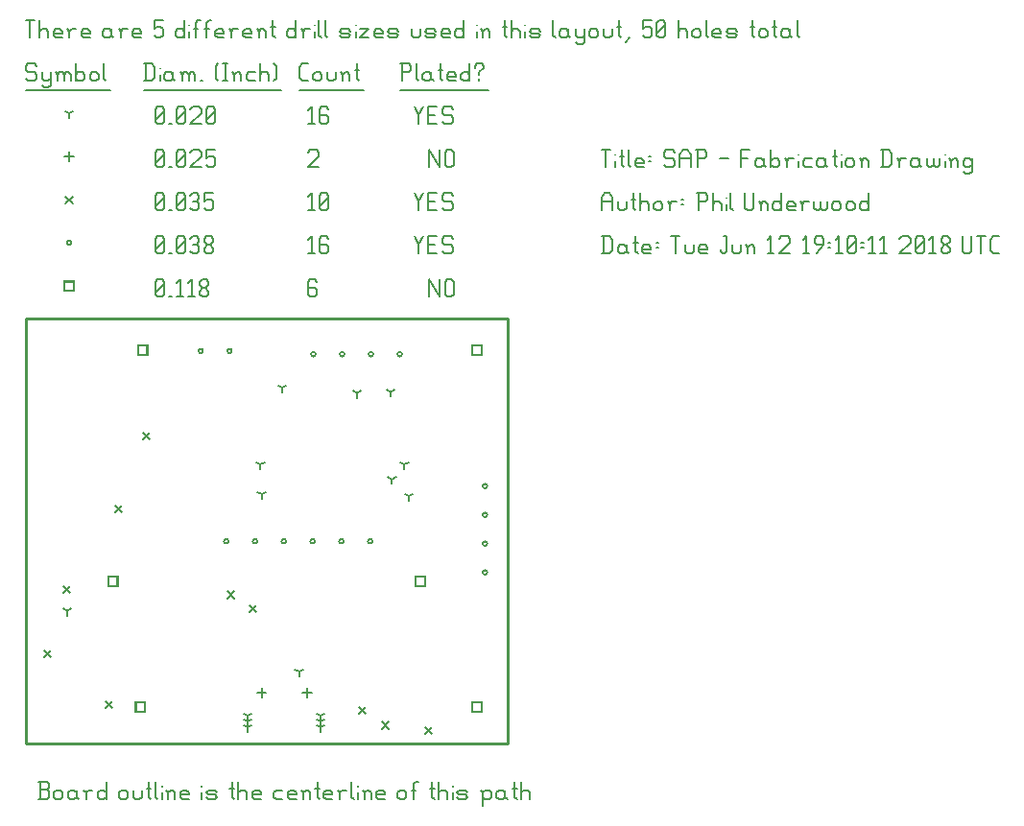
<source format=gbr>
G04 start of page 11 for group -3984 idx -3984 *
G04 Title: SAP, fab *
G04 Creator: pcb 4.0.2 *
G04 CreationDate: Tue Jun 12 19:10:11 2018 UTC *
G04 For: phil *
G04 Format: Gerber/RS-274X *
G04 PCB-Dimensions (mil): 1811.02 1574.80 *
G04 PCB-Coordinate-Origin: lower left *
%MOIN*%
%FSLAX25Y25*%
%LNFAB*%
%ADD62C,0.0100*%
%ADD61C,0.0075*%
%ADD60C,0.0060*%
%ADD59R,0.0080X0.0080*%
G54D59*X155093Y148057D02*X158293D01*
X155093D02*Y144857D01*
X158293D01*
Y148057D02*Y144857D01*
X155093Y24041D02*X158293D01*
X155093D02*Y20841D01*
X158293D01*
Y24041D02*Y20841D01*
X38951Y148057D02*X42151D01*
X38951D02*Y144857D01*
X42151D01*
Y148057D02*Y144857D01*
X38164Y24041D02*X41364D01*
X38164D02*Y20841D01*
X41364D01*
Y24041D02*Y20841D01*
X135408Y67742D02*X138608D01*
X135408D02*Y64542D01*
X138608D01*
Y67742D02*Y64542D01*
X28715Y67742D02*X31915D01*
X28715D02*Y64542D01*
X31915D01*
Y67742D02*Y64542D01*
X13400Y170330D02*X16600D01*
X13400D02*Y167130D01*
X16600D01*
Y170330D02*Y167130D01*
G54D60*X140000Y170980D02*Y164980D01*
Y170980D02*X143750Y164980D01*
Y170980D02*Y164980D01*
X145550Y170230D02*Y165730D01*
Y170230D02*X146300Y170980D01*
X147800D01*
X148550Y170230D01*
Y165730D01*
X147800Y164980D02*X148550Y165730D01*
X146300Y164980D02*X147800D01*
X145550Y165730D02*X146300Y164980D01*
X100250Y170980D02*X101000Y170230D01*
X98750Y170980D02*X100250D01*
X98000Y170230D02*X98750Y170980D01*
X98000Y170230D02*Y165730D01*
X98750Y164980D01*
X100250Y168280D02*X101000Y167530D01*
X98000Y168280D02*X100250D01*
X98750Y164980D02*X100250D01*
X101000Y165730D01*
Y167530D02*Y165730D01*
X45000D02*X45750Y164980D01*
X45000Y170230D02*Y165730D01*
Y170230D02*X45750Y170980D01*
X47250D01*
X48000Y170230D01*
Y165730D01*
X47250Y164980D02*X48000Y165730D01*
X45750Y164980D02*X47250D01*
X45000Y166480D02*X48000Y169480D01*
X49800Y164980D02*X50550D01*
X52350Y169780D02*X53550Y170980D01*
Y164980D01*
X52350D02*X54600D01*
X56400Y169780D02*X57600Y170980D01*
Y164980D01*
X56400D02*X58650D01*
X60450Y165730D02*X61200Y164980D01*
X60450Y166930D02*Y165730D01*
Y166930D02*X61500Y167980D01*
X62400D01*
X63450Y166930D01*
Y165730D01*
X62700Y164980D02*X63450Y165730D01*
X61200Y164980D02*X62700D01*
X60450Y169030D02*X61500Y167980D01*
X60450Y170230D02*Y169030D01*
Y170230D02*X61200Y170980D01*
X62700D01*
X63450Y170230D01*
Y169030D01*
X62400Y167980D02*X63450Y169030D01*
X129043Y145039D02*G75*G03X130643Y145039I800J0D01*G01*
G75*G03X129043Y145039I-800J0D01*G01*
X119043D02*G75*G03X120643Y145039I800J0D01*G01*
G75*G03X119043Y145039I-800J0D01*G01*
X109043D02*G75*G03X110643Y145039I800J0D01*G01*
G75*G03X109043Y145039I-800J0D01*G01*
X99043D02*G75*G03X100643Y145039I800J0D01*G01*
G75*G03X99043Y145039I-800J0D01*G01*
X69987Y146142D02*G75*G03X71587Y146142I800J0D01*G01*
G75*G03X69987Y146142I-800J0D01*G01*
X59987D02*G75*G03X61587Y146142I800J0D01*G01*
G75*G03X59987Y146142I-800J0D01*G01*
X118806Y80079D02*G75*G03X120406Y80079I800J0D01*G01*
G75*G03X118806Y80079I-800J0D01*G01*
X108806D02*G75*G03X110406Y80079I800J0D01*G01*
G75*G03X108806Y80079I-800J0D01*G01*
X98806D02*G75*G03X100406Y80079I800J0D01*G01*
G75*G03X98806Y80079I-800J0D01*G01*
X88806D02*G75*G03X90406Y80079I800J0D01*G01*
G75*G03X88806Y80079I-800J0D01*G01*
X78806D02*G75*G03X80406Y80079I800J0D01*G01*
G75*G03X78806Y80079I-800J0D01*G01*
X68806D02*G75*G03X70406Y80079I800J0D01*G01*
G75*G03X68806Y80079I-800J0D01*G01*
X158649Y99213D02*G75*G03X160249Y99213I800J0D01*G01*
G75*G03X158649Y99213I-800J0D01*G01*
Y89213D02*G75*G03X160249Y89213I800J0D01*G01*
G75*G03X158649Y89213I-800J0D01*G01*
Y79213D02*G75*G03X160249Y79213I800J0D01*G01*
G75*G03X158649Y79213I-800J0D01*G01*
Y69213D02*G75*G03X160249Y69213I800J0D01*G01*
G75*G03X158649Y69213I-800J0D01*G01*
X14200Y183730D02*G75*G03X15800Y183730I800J0D01*G01*
G75*G03X14200Y183730I-800J0D01*G01*
X135000Y185980D02*X136500Y182980D01*
X138000Y185980D01*
X136500Y182980D02*Y179980D01*
X139800Y183280D02*X142050D01*
X139800Y179980D02*X142800D01*
X139800Y185980D02*Y179980D01*
Y185980D02*X142800D01*
X147600D02*X148350Y185230D01*
X145350Y185980D02*X147600D01*
X144600Y185230D02*X145350Y185980D01*
X144600Y185230D02*Y183730D01*
X145350Y182980D01*
X147600D01*
X148350Y182230D01*
Y180730D01*
X147600Y179980D02*X148350Y180730D01*
X145350Y179980D02*X147600D01*
X144600Y180730D02*X145350Y179980D01*
X98000Y184780D02*X99200Y185980D01*
Y179980D01*
X98000D02*X100250D01*
X104300Y185980D02*X105050Y185230D01*
X102800Y185980D02*X104300D01*
X102050Y185230D02*X102800Y185980D01*
X102050Y185230D02*Y180730D01*
X102800Y179980D01*
X104300Y183280D02*X105050Y182530D01*
X102050Y183280D02*X104300D01*
X102800Y179980D02*X104300D01*
X105050Y180730D01*
Y182530D02*Y180730D01*
X45000D02*X45750Y179980D01*
X45000Y185230D02*Y180730D01*
Y185230D02*X45750Y185980D01*
X47250D01*
X48000Y185230D01*
Y180730D01*
X47250Y179980D02*X48000Y180730D01*
X45750Y179980D02*X47250D01*
X45000Y181480D02*X48000Y184480D01*
X49800Y179980D02*X50550D01*
X52350Y180730D02*X53100Y179980D01*
X52350Y185230D02*Y180730D01*
Y185230D02*X53100Y185980D01*
X54600D01*
X55350Y185230D01*
Y180730D01*
X54600Y179980D02*X55350Y180730D01*
X53100Y179980D02*X54600D01*
X52350Y181480D02*X55350Y184480D01*
X57150Y185230D02*X57900Y185980D01*
X59400D01*
X60150Y185230D01*
X59400Y179980D02*X60150Y180730D01*
X57900Y179980D02*X59400D01*
X57150Y180730D02*X57900Y179980D01*
Y183280D02*X59400D01*
X60150Y185230D02*Y184030D01*
Y182530D02*Y180730D01*
Y182530D02*X59400Y183280D01*
X60150Y184030D02*X59400Y183280D01*
X61950Y180730D02*X62700Y179980D01*
X61950Y181930D02*Y180730D01*
Y181930D02*X63000Y182980D01*
X63900D01*
X64950Y181930D01*
Y180730D01*
X64200Y179980D02*X64950Y180730D01*
X62700Y179980D02*X64200D01*
X61950Y184030D02*X63000Y182980D01*
X61950Y185230D02*Y184030D01*
Y185230D02*X62700Y185980D01*
X64200D01*
X64950Y185230D01*
Y184030D01*
X63900Y182980D02*X64950Y184030D01*
X40532Y117735D02*X42932Y115335D01*
X40532D02*X42932Y117735D01*
X31083Y92539D02*X33483Y90139D01*
X31083D02*X33483Y92539D01*
X6280Y42145D02*X8680Y39745D01*
X6280D02*X8680Y42145D01*
X12973Y64586D02*X15373Y62186D01*
X12973D02*X15373Y64586D01*
X70060Y62617D02*X72460Y60217D01*
X70060D02*X72460Y62617D01*
X27540Y24428D02*X29940Y22028D01*
X27540D02*X29940Y24428D01*
X77540Y57893D02*X79940Y55493D01*
X77540D02*X79940Y57893D01*
X123603Y17342D02*X126003Y14942D01*
X123603D02*X126003Y17342D01*
X115729Y22460D02*X118129Y20060D01*
X115729D02*X118129Y22460D01*
X138564Y15373D02*X140964Y12973D01*
X138564D02*X140964Y15373D01*
X13800Y199930D02*X16200Y197530D01*
X13800D02*X16200Y199930D01*
X135000Y200980D02*X136500Y197980D01*
X138000Y200980D01*
X136500Y197980D02*Y194980D01*
X139800Y198280D02*X142050D01*
X139800Y194980D02*X142800D01*
X139800Y200980D02*Y194980D01*
Y200980D02*X142800D01*
X147600D02*X148350Y200230D01*
X145350Y200980D02*X147600D01*
X144600Y200230D02*X145350Y200980D01*
X144600Y200230D02*Y198730D01*
X145350Y197980D01*
X147600D01*
X148350Y197230D01*
Y195730D01*
X147600Y194980D02*X148350Y195730D01*
X145350Y194980D02*X147600D01*
X144600Y195730D02*X145350Y194980D01*
X98000Y199780D02*X99200Y200980D01*
Y194980D01*
X98000D02*X100250D01*
X102050Y195730D02*X102800Y194980D01*
X102050Y200230D02*Y195730D01*
Y200230D02*X102800Y200980D01*
X104300D01*
X105050Y200230D01*
Y195730D01*
X104300Y194980D02*X105050Y195730D01*
X102800Y194980D02*X104300D01*
X102050Y196480D02*X105050Y199480D01*
X45000Y195730D02*X45750Y194980D01*
X45000Y200230D02*Y195730D01*
Y200230D02*X45750Y200980D01*
X47250D01*
X48000Y200230D01*
Y195730D01*
X47250Y194980D02*X48000Y195730D01*
X45750Y194980D02*X47250D01*
X45000Y196480D02*X48000Y199480D01*
X49800Y194980D02*X50550D01*
X52350Y195730D02*X53100Y194980D01*
X52350Y200230D02*Y195730D01*
Y200230D02*X53100Y200980D01*
X54600D01*
X55350Y200230D01*
Y195730D01*
X54600Y194980D02*X55350Y195730D01*
X53100Y194980D02*X54600D01*
X52350Y196480D02*X55350Y199480D01*
X57150Y200230D02*X57900Y200980D01*
X59400D01*
X60150Y200230D01*
X59400Y194980D02*X60150Y195730D01*
X57900Y194980D02*X59400D01*
X57150Y195730D02*X57900Y194980D01*
Y198280D02*X59400D01*
X60150Y200230D02*Y199030D01*
Y197530D02*Y195730D01*
Y197530D02*X59400Y198280D01*
X60150Y199030D02*X59400Y198280D01*
X61950Y200980D02*X64950D01*
X61950D02*Y197980D01*
X62700Y198730D01*
X64200D01*
X64950Y197980D01*
Y195730D01*
X64200Y194980D02*X64950Y195730D01*
X62700Y194980D02*X64200D01*
X61950Y195730D02*X62700Y194980D01*
X81890Y28961D02*Y25761D01*
X80290Y27361D02*X83490D01*
X97638Y28961D02*Y25761D01*
X96038Y27361D02*X99238D01*
X15000Y215330D02*Y212130D01*
X13400Y213730D02*X16600D01*
X140000Y215980D02*Y209980D01*
Y215980D02*X143750Y209980D01*
Y215980D02*Y209980D01*
X145550Y215230D02*Y210730D01*
Y215230D02*X146300Y215980D01*
X147800D01*
X148550Y215230D01*
Y210730D01*
X147800Y209980D02*X148550Y210730D01*
X146300Y209980D02*X147800D01*
X145550Y210730D02*X146300Y209980D01*
X98000Y215230D02*X98750Y215980D01*
X101000D01*
X101750Y215230D01*
Y213730D01*
X98000Y209980D02*X101750Y213730D01*
X98000Y209980D02*X101750D01*
X45000Y210730D02*X45750Y209980D01*
X45000Y215230D02*Y210730D01*
Y215230D02*X45750Y215980D01*
X47250D01*
X48000Y215230D01*
Y210730D01*
X47250Y209980D02*X48000Y210730D01*
X45750Y209980D02*X47250D01*
X45000Y211480D02*X48000Y214480D01*
X49800Y209980D02*X50550D01*
X52350Y210730D02*X53100Y209980D01*
X52350Y215230D02*Y210730D01*
Y215230D02*X53100Y215980D01*
X54600D01*
X55350Y215230D01*
Y210730D01*
X54600Y209980D02*X55350Y210730D01*
X53100Y209980D02*X54600D01*
X52350Y211480D02*X55350Y214480D01*
X57150Y215230D02*X57900Y215980D01*
X60150D01*
X60900Y215230D01*
Y213730D01*
X57150Y209980D02*X60900Y213730D01*
X57150Y209980D02*X60900D01*
X62700Y215980D02*X65700D01*
X62700D02*Y212980D01*
X63450Y213730D01*
X64950D01*
X65700Y212980D01*
Y210730D01*
X64950Y209980D02*X65700Y210730D01*
X63450Y209980D02*X64950D01*
X62700Y210730D02*X63450Y209980D01*
X77064Y15420D02*Y13820D01*
Y15420D02*X78450Y16220D01*
X77064Y15420D02*X75677Y16220D01*
X77064Y17420D02*Y15820D01*
Y17420D02*X78450Y18220D01*
X77064Y17420D02*X75677Y18220D01*
X77064Y19420D02*Y17820D01*
Y19420D02*X78450Y20220D01*
X77064Y19420D02*X75677Y20220D01*
X102464Y15420D02*Y13820D01*
Y15420D02*X103850Y16220D01*
X102464Y15420D02*X101077Y16220D01*
X102464Y17420D02*Y15820D01*
Y17420D02*X103850Y18220D01*
X102464Y17420D02*X101077Y18220D01*
X102464Y19420D02*Y17820D01*
Y19420D02*X103850Y20220D01*
X102464Y19420D02*X101077Y20220D01*
X94882Y34646D02*Y33046D01*
Y34646D02*X96269Y35446D01*
X94882Y34646D02*X93495Y35446D01*
X126772Y131890D02*Y130290D01*
Y131890D02*X128158Y132690D01*
X126772Y131890D02*X125385Y132690D01*
X131496Y106693D02*Y105093D01*
Y106693D02*X132883Y107493D01*
X131496Y106693D02*X130109Y107493D01*
X81890Y96457D02*Y94857D01*
Y96457D02*X83276Y97257D01*
X81890Y96457D02*X80503Y97257D01*
X81496Y106693D02*Y105093D01*
Y106693D02*X82883Y107493D01*
X81496Y106693D02*X80109Y107493D01*
X88976Y133465D02*Y131865D01*
Y133465D02*X90363Y134265D01*
X88976Y133465D02*X87590Y134265D01*
X114961Y131496D02*Y129896D01*
Y131496D02*X116347Y132296D01*
X114961Y131496D02*X113574Y132296D01*
X127165Y101575D02*Y99975D01*
Y101575D02*X128552Y102375D01*
X127165Y101575D02*X125779Y102375D01*
X133071Y95669D02*Y94069D01*
Y95669D02*X134458Y96469D01*
X133071Y95669D02*X131684Y96469D01*
X14409Y55827D02*Y54227D01*
Y55827D02*X15796Y56627D01*
X14409Y55827D02*X13023Y56627D01*
X15000Y228730D02*Y227130D01*
Y228730D02*X16387Y229530D01*
X15000Y228730D02*X13613Y229530D01*
X135000Y230980D02*X136500Y227980D01*
X138000Y230980D01*
X136500Y227980D02*Y224980D01*
X139800Y228280D02*X142050D01*
X139800Y224980D02*X142800D01*
X139800Y230980D02*Y224980D01*
Y230980D02*X142800D01*
X147600D02*X148350Y230230D01*
X145350Y230980D02*X147600D01*
X144600Y230230D02*X145350Y230980D01*
X144600Y230230D02*Y228730D01*
X145350Y227980D01*
X147600D01*
X148350Y227230D01*
Y225730D01*
X147600Y224980D02*X148350Y225730D01*
X145350Y224980D02*X147600D01*
X144600Y225730D02*X145350Y224980D01*
X98000Y229780D02*X99200Y230980D01*
Y224980D01*
X98000D02*X100250D01*
X104300Y230980D02*X105050Y230230D01*
X102800Y230980D02*X104300D01*
X102050Y230230D02*X102800Y230980D01*
X102050Y230230D02*Y225730D01*
X102800Y224980D01*
X104300Y228280D02*X105050Y227530D01*
X102050Y228280D02*X104300D01*
X102800Y224980D02*X104300D01*
X105050Y225730D01*
Y227530D02*Y225730D01*
X45000D02*X45750Y224980D01*
X45000Y230230D02*Y225730D01*
Y230230D02*X45750Y230980D01*
X47250D01*
X48000Y230230D01*
Y225730D01*
X47250Y224980D02*X48000Y225730D01*
X45750Y224980D02*X47250D01*
X45000Y226480D02*X48000Y229480D01*
X49800Y224980D02*X50550D01*
X52350Y225730D02*X53100Y224980D01*
X52350Y230230D02*Y225730D01*
Y230230D02*X53100Y230980D01*
X54600D01*
X55350Y230230D01*
Y225730D01*
X54600Y224980D02*X55350Y225730D01*
X53100Y224980D02*X54600D01*
X52350Y226480D02*X55350Y229480D01*
X57150Y230230D02*X57900Y230980D01*
X60150D01*
X60900Y230230D01*
Y228730D01*
X57150Y224980D02*X60900Y228730D01*
X57150Y224980D02*X60900D01*
X62700Y225730D02*X63450Y224980D01*
X62700Y230230D02*Y225730D01*
Y230230D02*X63450Y230980D01*
X64950D01*
X65700Y230230D01*
Y225730D01*
X64950Y224980D02*X65700Y225730D01*
X63450Y224980D02*X64950D01*
X62700Y226480D02*X65700Y229480D01*
X3000Y245980D02*X3750Y245230D01*
X750Y245980D02*X3000D01*
X0Y245230D02*X750Y245980D01*
X0Y245230D02*Y243730D01*
X750Y242980D01*
X3000D01*
X3750Y242230D01*
Y240730D01*
X3000Y239980D02*X3750Y240730D01*
X750Y239980D02*X3000D01*
X0Y240730D02*X750Y239980D01*
X5550Y242980D02*Y240730D01*
X6300Y239980D01*
X8550Y242980D02*Y238480D01*
X7800Y237730D02*X8550Y238480D01*
X6300Y237730D02*X7800D01*
X5550Y238480D02*X6300Y237730D01*
Y239980D02*X7800D01*
X8550Y240730D01*
X11100Y242230D02*Y239980D01*
Y242230D02*X11850Y242980D01*
X12600D01*
X13350Y242230D01*
Y239980D01*
Y242230D02*X14100Y242980D01*
X14850D01*
X15600Y242230D01*
Y239980D01*
X10350Y242980D02*X11100Y242230D01*
X17400Y245980D02*Y239980D01*
Y240730D02*X18150Y239980D01*
X19650D01*
X20400Y240730D01*
Y242230D02*Y240730D01*
X19650Y242980D02*X20400Y242230D01*
X18150Y242980D02*X19650D01*
X17400Y242230D02*X18150Y242980D01*
X22200Y242230D02*Y240730D01*
Y242230D02*X22950Y242980D01*
X24450D01*
X25200Y242230D01*
Y240730D01*
X24450Y239980D02*X25200Y240730D01*
X22950Y239980D02*X24450D01*
X22200Y240730D02*X22950Y239980D01*
X27000Y245980D02*Y240730D01*
X27750Y239980D01*
X0Y236730D02*X29250D01*
X41750Y245980D02*Y239980D01*
X43700Y245980D02*X44750Y244930D01*
Y241030D01*
X43700Y239980D02*X44750Y241030D01*
X41000Y239980D02*X43700D01*
X41000Y245980D02*X43700D01*
G54D61*X46550Y244480D02*Y244330D01*
G54D60*Y242230D02*Y239980D01*
X50300Y242980D02*X51050Y242230D01*
X48800Y242980D02*X50300D01*
X48050Y242230D02*X48800Y242980D01*
X48050Y242230D02*Y240730D01*
X48800Y239980D01*
X51050Y242980D02*Y240730D01*
X51800Y239980D01*
X48800D02*X50300D01*
X51050Y240730D01*
X54350Y242230D02*Y239980D01*
Y242230D02*X55100Y242980D01*
X55850D01*
X56600Y242230D01*
Y239980D01*
Y242230D02*X57350Y242980D01*
X58100D01*
X58850Y242230D01*
Y239980D01*
X53600Y242980D02*X54350Y242230D01*
X60650Y239980D02*X61400D01*
X65900Y240730D02*X66650Y239980D01*
X65900Y245230D02*X66650Y245980D01*
X65900Y245230D02*Y240730D01*
X68450Y245980D02*X69950D01*
X69200D02*Y239980D01*
X68450D02*X69950D01*
X72500Y242230D02*Y239980D01*
Y242230D02*X73250Y242980D01*
X74000D01*
X74750Y242230D01*
Y239980D01*
X71750Y242980D02*X72500Y242230D01*
X77300Y242980D02*X79550D01*
X76550Y242230D02*X77300Y242980D01*
X76550Y242230D02*Y240730D01*
X77300Y239980D01*
X79550D01*
X81350Y245980D02*Y239980D01*
Y242230D02*X82100Y242980D01*
X83600D01*
X84350Y242230D01*
Y239980D01*
X86150Y245980D02*X86900Y245230D01*
Y240730D01*
X86150Y239980D02*X86900Y240730D01*
X41000Y236730D02*X88700D01*
X96050Y239980D02*X98000D01*
X95000Y241030D02*X96050Y239980D01*
X95000Y244930D02*Y241030D01*
Y244930D02*X96050Y245980D01*
X98000D01*
X99800Y242230D02*Y240730D01*
Y242230D02*X100550Y242980D01*
X102050D01*
X102800Y242230D01*
Y240730D01*
X102050Y239980D02*X102800Y240730D01*
X100550Y239980D02*X102050D01*
X99800Y240730D02*X100550Y239980D01*
X104600Y242980D02*Y240730D01*
X105350Y239980D01*
X106850D01*
X107600Y240730D01*
Y242980D02*Y240730D01*
X110150Y242230D02*Y239980D01*
Y242230D02*X110900Y242980D01*
X111650D01*
X112400Y242230D01*
Y239980D01*
X109400Y242980D02*X110150Y242230D01*
X114950Y245980D02*Y240730D01*
X115700Y239980D01*
X114200Y243730D02*X115700D01*
X95000Y236730D02*X117200D01*
X130750Y245980D02*Y239980D01*
X130000Y245980D02*X133000D01*
X133750Y245230D01*
Y243730D01*
X133000Y242980D02*X133750Y243730D01*
X130750Y242980D02*X133000D01*
X135550Y245980D02*Y240730D01*
X136300Y239980D01*
X140050Y242980D02*X140800Y242230D01*
X138550Y242980D02*X140050D01*
X137800Y242230D02*X138550Y242980D01*
X137800Y242230D02*Y240730D01*
X138550Y239980D01*
X140800Y242980D02*Y240730D01*
X141550Y239980D01*
X138550D02*X140050D01*
X140800Y240730D01*
X144100Y245980D02*Y240730D01*
X144850Y239980D01*
X143350Y243730D02*X144850D01*
X147100Y239980D02*X149350D01*
X146350Y240730D02*X147100Y239980D01*
X146350Y242230D02*Y240730D01*
Y242230D02*X147100Y242980D01*
X148600D01*
X149350Y242230D01*
X146350Y241480D02*X149350D01*
Y242230D02*Y241480D01*
X154150Y245980D02*Y239980D01*
X153400D02*X154150Y240730D01*
X151900Y239980D02*X153400D01*
X151150Y240730D02*X151900Y239980D01*
X151150Y242230D02*Y240730D01*
Y242230D02*X151900Y242980D01*
X153400D01*
X154150Y242230D01*
X157450Y242980D02*Y242230D01*
Y240730D02*Y239980D01*
X155950Y245230D02*Y244480D01*
Y245230D02*X156700Y245980D01*
X158200D01*
X158950Y245230D01*
Y244480D01*
X157450Y242980D02*X158950Y244480D01*
X130000Y236730D02*X160750D01*
X0Y260980D02*X3000D01*
X1500D02*Y254980D01*
X4800Y260980D02*Y254980D01*
Y257230D02*X5550Y257980D01*
X7050D01*
X7800Y257230D01*
Y254980D01*
X10350D02*X12600D01*
X9600Y255730D02*X10350Y254980D01*
X9600Y257230D02*Y255730D01*
Y257230D02*X10350Y257980D01*
X11850D01*
X12600Y257230D01*
X9600Y256480D02*X12600D01*
Y257230D02*Y256480D01*
X15150Y257230D02*Y254980D01*
Y257230D02*X15900Y257980D01*
X17400D01*
X14400D02*X15150Y257230D01*
X19950Y254980D02*X22200D01*
X19200Y255730D02*X19950Y254980D01*
X19200Y257230D02*Y255730D01*
Y257230D02*X19950Y257980D01*
X21450D01*
X22200Y257230D01*
X19200Y256480D02*X22200D01*
Y257230D02*Y256480D01*
X28950Y257980D02*X29700Y257230D01*
X27450Y257980D02*X28950D01*
X26700Y257230D02*X27450Y257980D01*
X26700Y257230D02*Y255730D01*
X27450Y254980D01*
X29700Y257980D02*Y255730D01*
X30450Y254980D01*
X27450D02*X28950D01*
X29700Y255730D01*
X33000Y257230D02*Y254980D01*
Y257230D02*X33750Y257980D01*
X35250D01*
X32250D02*X33000Y257230D01*
X37800Y254980D02*X40050D01*
X37050Y255730D02*X37800Y254980D01*
X37050Y257230D02*Y255730D01*
Y257230D02*X37800Y257980D01*
X39300D01*
X40050Y257230D01*
X37050Y256480D02*X40050D01*
Y257230D02*Y256480D01*
X44550Y260980D02*X47550D01*
X44550D02*Y257980D01*
X45300Y258730D01*
X46800D01*
X47550Y257980D01*
Y255730D01*
X46800Y254980D02*X47550Y255730D01*
X45300Y254980D02*X46800D01*
X44550Y255730D02*X45300Y254980D01*
X55050Y260980D02*Y254980D01*
X54300D02*X55050Y255730D01*
X52800Y254980D02*X54300D01*
X52050Y255730D02*X52800Y254980D01*
X52050Y257230D02*Y255730D01*
Y257230D02*X52800Y257980D01*
X54300D01*
X55050Y257230D01*
G54D61*X56850Y259480D02*Y259330D01*
G54D60*Y257230D02*Y254980D01*
X59100Y260230D02*Y254980D01*
Y260230D02*X59850Y260980D01*
X60600D01*
X58350Y257980D02*X59850D01*
X62850Y260230D02*Y254980D01*
Y260230D02*X63600Y260980D01*
X64350D01*
X62100Y257980D02*X63600D01*
X66600Y254980D02*X68850D01*
X65850Y255730D02*X66600Y254980D01*
X65850Y257230D02*Y255730D01*
Y257230D02*X66600Y257980D01*
X68100D01*
X68850Y257230D01*
X65850Y256480D02*X68850D01*
Y257230D02*Y256480D01*
X71400Y257230D02*Y254980D01*
Y257230D02*X72150Y257980D01*
X73650D01*
X70650D02*X71400Y257230D01*
X76200Y254980D02*X78450D01*
X75450Y255730D02*X76200Y254980D01*
X75450Y257230D02*Y255730D01*
Y257230D02*X76200Y257980D01*
X77700D01*
X78450Y257230D01*
X75450Y256480D02*X78450D01*
Y257230D02*Y256480D01*
X81000Y257230D02*Y254980D01*
Y257230D02*X81750Y257980D01*
X82500D01*
X83250Y257230D01*
Y254980D01*
X80250Y257980D02*X81000Y257230D01*
X85800Y260980D02*Y255730D01*
X86550Y254980D01*
X85050Y258730D02*X86550D01*
X93750Y260980D02*Y254980D01*
X93000D02*X93750Y255730D01*
X91500Y254980D02*X93000D01*
X90750Y255730D02*X91500Y254980D01*
X90750Y257230D02*Y255730D01*
Y257230D02*X91500Y257980D01*
X93000D01*
X93750Y257230D01*
X96300D02*Y254980D01*
Y257230D02*X97050Y257980D01*
X98550D01*
X95550D02*X96300Y257230D01*
G54D61*X100350Y259480D02*Y259330D01*
G54D60*Y257230D02*Y254980D01*
X101850Y260980D02*Y255730D01*
X102600Y254980D01*
X104100Y260980D02*Y255730D01*
X104850Y254980D01*
X109800D02*X112050D01*
X112800Y255730D01*
X112050Y256480D02*X112800Y255730D01*
X109800Y256480D02*X112050D01*
X109050Y257230D02*X109800Y256480D01*
X109050Y257230D02*X109800Y257980D01*
X112050D01*
X112800Y257230D01*
X109050Y255730D02*X109800Y254980D01*
G54D61*X114600Y259480D02*Y259330D01*
G54D60*Y257230D02*Y254980D01*
X116100Y257980D02*X119100D01*
X116100Y254980D02*X119100Y257980D01*
X116100Y254980D02*X119100D01*
X121650D02*X123900D01*
X120900Y255730D02*X121650Y254980D01*
X120900Y257230D02*Y255730D01*
Y257230D02*X121650Y257980D01*
X123150D01*
X123900Y257230D01*
X120900Y256480D02*X123900D01*
Y257230D02*Y256480D01*
X126450Y254980D02*X128700D01*
X129450Y255730D01*
X128700Y256480D02*X129450Y255730D01*
X126450Y256480D02*X128700D01*
X125700Y257230D02*X126450Y256480D01*
X125700Y257230D02*X126450Y257980D01*
X128700D01*
X129450Y257230D01*
X125700Y255730D02*X126450Y254980D01*
X133950Y257980D02*Y255730D01*
X134700Y254980D01*
X136200D01*
X136950Y255730D01*
Y257980D02*Y255730D01*
X139500Y254980D02*X141750D01*
X142500Y255730D01*
X141750Y256480D02*X142500Y255730D01*
X139500Y256480D02*X141750D01*
X138750Y257230D02*X139500Y256480D01*
X138750Y257230D02*X139500Y257980D01*
X141750D01*
X142500Y257230D01*
X138750Y255730D02*X139500Y254980D01*
X145050D02*X147300D01*
X144300Y255730D02*X145050Y254980D01*
X144300Y257230D02*Y255730D01*
Y257230D02*X145050Y257980D01*
X146550D01*
X147300Y257230D01*
X144300Y256480D02*X147300D01*
Y257230D02*Y256480D01*
X152100Y260980D02*Y254980D01*
X151350D02*X152100Y255730D01*
X149850Y254980D02*X151350D01*
X149100Y255730D02*X149850Y254980D01*
X149100Y257230D02*Y255730D01*
Y257230D02*X149850Y257980D01*
X151350D01*
X152100Y257230D01*
G54D61*X156600Y259480D02*Y259330D01*
G54D60*Y257230D02*Y254980D01*
X158850Y257230D02*Y254980D01*
Y257230D02*X159600Y257980D01*
X160350D01*
X161100Y257230D01*
Y254980D01*
X158100Y257980D02*X158850Y257230D01*
X166350Y260980D02*Y255730D01*
X167100Y254980D01*
X165600Y258730D02*X167100D01*
X168600Y260980D02*Y254980D01*
Y257230D02*X169350Y257980D01*
X170850D01*
X171600Y257230D01*
Y254980D01*
G54D61*X173400Y259480D02*Y259330D01*
G54D60*Y257230D02*Y254980D01*
X175650D02*X177900D01*
X178650Y255730D01*
X177900Y256480D02*X178650Y255730D01*
X175650Y256480D02*X177900D01*
X174900Y257230D02*X175650Y256480D01*
X174900Y257230D02*X175650Y257980D01*
X177900D01*
X178650Y257230D01*
X174900Y255730D02*X175650Y254980D01*
X183150Y260980D02*Y255730D01*
X183900Y254980D01*
X187650Y257980D02*X188400Y257230D01*
X186150Y257980D02*X187650D01*
X185400Y257230D02*X186150Y257980D01*
X185400Y257230D02*Y255730D01*
X186150Y254980D01*
X188400Y257980D02*Y255730D01*
X189150Y254980D01*
X186150D02*X187650D01*
X188400Y255730D01*
X190950Y257980D02*Y255730D01*
X191700Y254980D01*
X193950Y257980D02*Y253480D01*
X193200Y252730D02*X193950Y253480D01*
X191700Y252730D02*X193200D01*
X190950Y253480D02*X191700Y252730D01*
Y254980D02*X193200D01*
X193950Y255730D01*
X195750Y257230D02*Y255730D01*
Y257230D02*X196500Y257980D01*
X198000D01*
X198750Y257230D01*
Y255730D01*
X198000Y254980D02*X198750Y255730D01*
X196500Y254980D02*X198000D01*
X195750Y255730D02*X196500Y254980D01*
X200550Y257980D02*Y255730D01*
X201300Y254980D01*
X202800D01*
X203550Y255730D01*
Y257980D02*Y255730D01*
X206100Y260980D02*Y255730D01*
X206850Y254980D01*
X205350Y258730D02*X206850D01*
X208350Y253480D02*X209850Y254980D01*
X214350Y260980D02*X217350D01*
X214350D02*Y257980D01*
X215100Y258730D01*
X216600D01*
X217350Y257980D01*
Y255730D01*
X216600Y254980D02*X217350Y255730D01*
X215100Y254980D02*X216600D01*
X214350Y255730D02*X215100Y254980D01*
X219150Y255730D02*X219900Y254980D01*
X219150Y260230D02*Y255730D01*
Y260230D02*X219900Y260980D01*
X221400D01*
X222150Y260230D01*
Y255730D01*
X221400Y254980D02*X222150Y255730D01*
X219900Y254980D02*X221400D01*
X219150Y256480D02*X222150Y259480D01*
X226650Y260980D02*Y254980D01*
Y257230D02*X227400Y257980D01*
X228900D01*
X229650Y257230D01*
Y254980D01*
X231450Y257230D02*Y255730D01*
Y257230D02*X232200Y257980D01*
X233700D01*
X234450Y257230D01*
Y255730D01*
X233700Y254980D02*X234450Y255730D01*
X232200Y254980D02*X233700D01*
X231450Y255730D02*X232200Y254980D01*
X236250Y260980D02*Y255730D01*
X237000Y254980D01*
X239250D02*X241500D01*
X238500Y255730D02*X239250Y254980D01*
X238500Y257230D02*Y255730D01*
Y257230D02*X239250Y257980D01*
X240750D01*
X241500Y257230D01*
X238500Y256480D02*X241500D01*
Y257230D02*Y256480D01*
X244050Y254980D02*X246300D01*
X247050Y255730D01*
X246300Y256480D02*X247050Y255730D01*
X244050Y256480D02*X246300D01*
X243300Y257230D02*X244050Y256480D01*
X243300Y257230D02*X244050Y257980D01*
X246300D01*
X247050Y257230D01*
X243300Y255730D02*X244050Y254980D01*
X252300Y260980D02*Y255730D01*
X253050Y254980D01*
X251550Y258730D02*X253050D01*
X254550Y257230D02*Y255730D01*
Y257230D02*X255300Y257980D01*
X256800D01*
X257550Y257230D01*
Y255730D01*
X256800Y254980D02*X257550Y255730D01*
X255300Y254980D02*X256800D01*
X254550Y255730D02*X255300Y254980D01*
X260100Y260980D02*Y255730D01*
X260850Y254980D01*
X259350Y258730D02*X260850D01*
X264600Y257980D02*X265350Y257230D01*
X263100Y257980D02*X264600D01*
X262350Y257230D02*X263100Y257980D01*
X262350Y257230D02*Y255730D01*
X263100Y254980D01*
X265350Y257980D02*Y255730D01*
X266100Y254980D01*
X263100D02*X264600D01*
X265350Y255730D01*
X267900Y260980D02*Y255730D01*
X268650Y254980D01*
G54D62*X0Y157480D02*Y9843D01*
X167323D01*
Y157480D01*
X0D01*
G54D60*X4226Y-9500D02*X7226D01*
X7976Y-8750D01*
Y-6950D02*Y-8750D01*
X7226Y-6200D02*X7976Y-6950D01*
X4976Y-6200D02*X7226D01*
X4976Y-3500D02*Y-9500D01*
X4226Y-3500D02*X7226D01*
X7976Y-4250D01*
Y-5450D01*
X7226Y-6200D02*X7976Y-5450D01*
X9776Y-7250D02*Y-8750D01*
Y-7250D02*X10526Y-6500D01*
X12026D01*
X12776Y-7250D01*
Y-8750D01*
X12026Y-9500D02*X12776Y-8750D01*
X10526Y-9500D02*X12026D01*
X9776Y-8750D02*X10526Y-9500D01*
X16826Y-6500D02*X17576Y-7250D01*
X15326Y-6500D02*X16826D01*
X14576Y-7250D02*X15326Y-6500D01*
X14576Y-7250D02*Y-8750D01*
X15326Y-9500D01*
X17576Y-6500D02*Y-8750D01*
X18326Y-9500D01*
X15326D02*X16826D01*
X17576Y-8750D01*
X20876Y-7250D02*Y-9500D01*
Y-7250D02*X21626Y-6500D01*
X23126D01*
X20126D02*X20876Y-7250D01*
X27926Y-3500D02*Y-9500D01*
X27176D02*X27926Y-8750D01*
X25676Y-9500D02*X27176D01*
X24926Y-8750D02*X25676Y-9500D01*
X24926Y-7250D02*Y-8750D01*
Y-7250D02*X25676Y-6500D01*
X27176D01*
X27926Y-7250D01*
X32426D02*Y-8750D01*
Y-7250D02*X33176Y-6500D01*
X34676D01*
X35426Y-7250D01*
Y-8750D01*
X34676Y-9500D02*X35426Y-8750D01*
X33176Y-9500D02*X34676D01*
X32426Y-8750D02*X33176Y-9500D01*
X37226Y-6500D02*Y-8750D01*
X37976Y-9500D01*
X39476D01*
X40226Y-8750D01*
Y-6500D02*Y-8750D01*
X42776Y-3500D02*Y-8750D01*
X43526Y-9500D01*
X42026Y-5750D02*X43526D01*
X45026Y-3500D02*Y-8750D01*
X45776Y-9500D01*
G54D61*X47276Y-5000D02*Y-5150D01*
G54D60*Y-7250D02*Y-9500D01*
X49526Y-7250D02*Y-9500D01*
Y-7250D02*X50276Y-6500D01*
X51026D01*
X51776Y-7250D01*
Y-9500D01*
X48776Y-6500D02*X49526Y-7250D01*
X54326Y-9500D02*X56576D01*
X53576Y-8750D02*X54326Y-9500D01*
X53576Y-7250D02*Y-8750D01*
Y-7250D02*X54326Y-6500D01*
X55826D01*
X56576Y-7250D01*
X53576Y-8000D02*X56576D01*
Y-7250D02*Y-8000D01*
G54D61*X61076Y-5000D02*Y-5150D01*
G54D60*Y-7250D02*Y-9500D01*
X63326D02*X65576D01*
X66326Y-8750D01*
X65576Y-8000D02*X66326Y-8750D01*
X63326Y-8000D02*X65576D01*
X62576Y-7250D02*X63326Y-8000D01*
X62576Y-7250D02*X63326Y-6500D01*
X65576D01*
X66326Y-7250D01*
X62576Y-8750D02*X63326Y-9500D01*
X71576Y-3500D02*Y-8750D01*
X72326Y-9500D01*
X70826Y-5750D02*X72326D01*
X73826Y-3500D02*Y-9500D01*
Y-7250D02*X74576Y-6500D01*
X76076D01*
X76826Y-7250D01*
Y-9500D01*
X79376D02*X81626D01*
X78626Y-8750D02*X79376Y-9500D01*
X78626Y-7250D02*Y-8750D01*
Y-7250D02*X79376Y-6500D01*
X80876D01*
X81626Y-7250D01*
X78626Y-8000D02*X81626D01*
Y-7250D02*Y-8000D01*
X86876Y-6500D02*X89126D01*
X86126Y-7250D02*X86876Y-6500D01*
X86126Y-7250D02*Y-8750D01*
X86876Y-9500D01*
X89126D01*
X91676D02*X93926D01*
X90926Y-8750D02*X91676Y-9500D01*
X90926Y-7250D02*Y-8750D01*
Y-7250D02*X91676Y-6500D01*
X93176D01*
X93926Y-7250D01*
X90926Y-8000D02*X93926D01*
Y-7250D02*Y-8000D01*
X96476Y-7250D02*Y-9500D01*
Y-7250D02*X97226Y-6500D01*
X97976D01*
X98726Y-7250D01*
Y-9500D01*
X95726Y-6500D02*X96476Y-7250D01*
X101276Y-3500D02*Y-8750D01*
X102026Y-9500D01*
X100526Y-5750D02*X102026D01*
X104276Y-9500D02*X106526D01*
X103526Y-8750D02*X104276Y-9500D01*
X103526Y-7250D02*Y-8750D01*
Y-7250D02*X104276Y-6500D01*
X105776D01*
X106526Y-7250D01*
X103526Y-8000D02*X106526D01*
Y-7250D02*Y-8000D01*
X109076Y-7250D02*Y-9500D01*
Y-7250D02*X109826Y-6500D01*
X111326D01*
X108326D02*X109076Y-7250D01*
X113126Y-3500D02*Y-8750D01*
X113876Y-9500D01*
G54D61*X115376Y-5000D02*Y-5150D01*
G54D60*Y-7250D02*Y-9500D01*
X117626Y-7250D02*Y-9500D01*
Y-7250D02*X118376Y-6500D01*
X119126D01*
X119876Y-7250D01*
Y-9500D01*
X116876Y-6500D02*X117626Y-7250D01*
X122426Y-9500D02*X124676D01*
X121676Y-8750D02*X122426Y-9500D01*
X121676Y-7250D02*Y-8750D01*
Y-7250D02*X122426Y-6500D01*
X123926D01*
X124676Y-7250D01*
X121676Y-8000D02*X124676D01*
Y-7250D02*Y-8000D01*
X129176Y-7250D02*Y-8750D01*
Y-7250D02*X129926Y-6500D01*
X131426D01*
X132176Y-7250D01*
Y-8750D01*
X131426Y-9500D02*X132176Y-8750D01*
X129926Y-9500D02*X131426D01*
X129176Y-8750D02*X129926Y-9500D01*
X134726Y-4250D02*Y-9500D01*
Y-4250D02*X135476Y-3500D01*
X136226D01*
X133976Y-6500D02*X135476D01*
X141176Y-3500D02*Y-8750D01*
X141926Y-9500D01*
X140426Y-5750D02*X141926D01*
X143426Y-3500D02*Y-9500D01*
Y-7250D02*X144176Y-6500D01*
X145676D01*
X146426Y-7250D01*
Y-9500D01*
G54D61*X148226Y-5000D02*Y-5150D01*
G54D60*Y-7250D02*Y-9500D01*
X150476D02*X152726D01*
X153476Y-8750D01*
X152726Y-8000D02*X153476Y-8750D01*
X150476Y-8000D02*X152726D01*
X149726Y-7250D02*X150476Y-8000D01*
X149726Y-7250D02*X150476Y-6500D01*
X152726D01*
X153476Y-7250D01*
X149726Y-8750D02*X150476Y-9500D01*
X158726Y-7250D02*Y-11750D01*
X157976Y-6500D02*X158726Y-7250D01*
X159476Y-6500D01*
X160976D01*
X161726Y-7250D01*
Y-8750D01*
X160976Y-9500D02*X161726Y-8750D01*
X159476Y-9500D02*X160976D01*
X158726Y-8750D02*X159476Y-9500D01*
X165776Y-6500D02*X166526Y-7250D01*
X164276Y-6500D02*X165776D01*
X163526Y-7250D02*X164276Y-6500D01*
X163526Y-7250D02*Y-8750D01*
X164276Y-9500D01*
X166526Y-6500D02*Y-8750D01*
X167276Y-9500D01*
X164276D02*X165776D01*
X166526Y-8750D01*
X169826Y-3500D02*Y-8750D01*
X170576Y-9500D01*
X169076Y-5750D02*X170576D01*
X172076Y-3500D02*Y-9500D01*
Y-7250D02*X172826Y-6500D01*
X174326D01*
X175076Y-7250D01*
Y-9500D01*
X200750Y185980D02*Y179980D01*
X202700Y185980D02*X203750Y184930D01*
Y181030D01*
X202700Y179980D02*X203750Y181030D01*
X200000Y179980D02*X202700D01*
X200000Y185980D02*X202700D01*
X207800Y182980D02*X208550Y182230D01*
X206300Y182980D02*X207800D01*
X205550Y182230D02*X206300Y182980D01*
X205550Y182230D02*Y180730D01*
X206300Y179980D01*
X208550Y182980D02*Y180730D01*
X209300Y179980D01*
X206300D02*X207800D01*
X208550Y180730D01*
X211850Y185980D02*Y180730D01*
X212600Y179980D01*
X211100Y183730D02*X212600D01*
X214850Y179980D02*X217100D01*
X214100Y180730D02*X214850Y179980D01*
X214100Y182230D02*Y180730D01*
Y182230D02*X214850Y182980D01*
X216350D01*
X217100Y182230D01*
X214100Y181480D02*X217100D01*
Y182230D02*Y181480D01*
X218900Y183730D02*X219650D01*
X218900Y182230D02*X219650D01*
X224150Y185980D02*X227150D01*
X225650D02*Y179980D01*
X228950Y182980D02*Y180730D01*
X229700Y179980D01*
X231200D01*
X231950Y180730D01*
Y182980D02*Y180730D01*
X234500Y179980D02*X236750D01*
X233750Y180730D02*X234500Y179980D01*
X233750Y182230D02*Y180730D01*
Y182230D02*X234500Y182980D01*
X236000D01*
X236750Y182230D01*
X233750Y181480D02*X236750D01*
Y182230D02*Y181480D01*
X242300Y185980D02*X243500D01*
Y180730D01*
X242750Y179980D02*X243500Y180730D01*
X242000Y179980D02*X242750D01*
X241250Y180730D02*X242000Y179980D01*
X241250Y181480D02*Y180730D01*
X245300Y182980D02*Y180730D01*
X246050Y179980D01*
X247550D01*
X248300Y180730D01*
Y182980D02*Y180730D01*
X250850Y182230D02*Y179980D01*
Y182230D02*X251600Y182980D01*
X252350D01*
X253100Y182230D01*
Y179980D01*
X250100Y182980D02*X250850Y182230D01*
X257600Y184780D02*X258800Y185980D01*
Y179980D01*
X257600D02*X259850D01*
X261650Y185230D02*X262400Y185980D01*
X264650D01*
X265400Y185230D01*
Y183730D01*
X261650Y179980D02*X265400Y183730D01*
X261650Y179980D02*X265400D01*
X269900Y184780D02*X271100Y185980D01*
Y179980D01*
X269900D02*X272150D01*
X274700D02*X276950Y182980D01*
Y185230D02*Y182980D01*
X276200Y185980D02*X276950Y185230D01*
X274700Y185980D02*X276200D01*
X273950Y185230D02*X274700Y185980D01*
X273950Y185230D02*Y183730D01*
X274700Y182980D01*
X276950D01*
X278750Y183730D02*X279500D01*
X278750Y182230D02*X279500D01*
X281300Y184780D02*X282500Y185980D01*
Y179980D01*
X281300D02*X283550D01*
X285350Y180730D02*X286100Y179980D01*
X285350Y185230D02*Y180730D01*
Y185230D02*X286100Y185980D01*
X287600D01*
X288350Y185230D01*
Y180730D01*
X287600Y179980D02*X288350Y180730D01*
X286100Y179980D02*X287600D01*
X285350Y181480D02*X288350Y184480D01*
X290150Y183730D02*X290900D01*
X290150Y182230D02*X290900D01*
X292700Y184780D02*X293900Y185980D01*
Y179980D01*
X292700D02*X294950D01*
X296750Y184780D02*X297950Y185980D01*
Y179980D01*
X296750D02*X299000D01*
X303500Y185230D02*X304250Y185980D01*
X306500D01*
X307250Y185230D01*
Y183730D01*
X303500Y179980D02*X307250Y183730D01*
X303500Y179980D02*X307250D01*
X309050Y180730D02*X309800Y179980D01*
X309050Y185230D02*Y180730D01*
Y185230D02*X309800Y185980D01*
X311300D01*
X312050Y185230D01*
Y180730D01*
X311300Y179980D02*X312050Y180730D01*
X309800Y179980D02*X311300D01*
X309050Y181480D02*X312050Y184480D01*
X313850Y184780D02*X315050Y185980D01*
Y179980D01*
X313850D02*X316100D01*
X317900Y180730D02*X318650Y179980D01*
X317900Y181930D02*Y180730D01*
Y181930D02*X318950Y182980D01*
X319850D01*
X320900Y181930D01*
Y180730D01*
X320150Y179980D02*X320900Y180730D01*
X318650Y179980D02*X320150D01*
X317900Y184030D02*X318950Y182980D01*
X317900Y185230D02*Y184030D01*
Y185230D02*X318650Y185980D01*
X320150D01*
X320900Y185230D01*
Y184030D01*
X319850Y182980D02*X320900Y184030D01*
X325400Y185980D02*Y180730D01*
X326150Y179980D01*
X327650D01*
X328400Y180730D01*
Y185980D02*Y180730D01*
X330200Y185980D02*X333200D01*
X331700D02*Y179980D01*
X336050D02*X338000D01*
X335000Y181030D02*X336050Y179980D01*
X335000Y184930D02*Y181030D01*
Y184930D02*X336050Y185980D01*
X338000D01*
X200000Y199480D02*Y194980D01*
Y199480D02*X201050Y200980D01*
X202700D01*
X203750Y199480D01*
Y194980D01*
X200000Y197980D02*X203750D01*
X205550D02*Y195730D01*
X206300Y194980D01*
X207800D01*
X208550Y195730D01*
Y197980D02*Y195730D01*
X211100Y200980D02*Y195730D01*
X211850Y194980D01*
X210350Y198730D02*X211850D01*
X213350Y200980D02*Y194980D01*
Y197230D02*X214100Y197980D01*
X215600D01*
X216350Y197230D01*
Y194980D01*
X218150Y197230D02*Y195730D01*
Y197230D02*X218900Y197980D01*
X220400D01*
X221150Y197230D01*
Y195730D01*
X220400Y194980D02*X221150Y195730D01*
X218900Y194980D02*X220400D01*
X218150Y195730D02*X218900Y194980D01*
X223700Y197230D02*Y194980D01*
Y197230D02*X224450Y197980D01*
X225950D01*
X222950D02*X223700Y197230D01*
X227750Y198730D02*X228500D01*
X227750Y197230D02*X228500D01*
X233750Y200980D02*Y194980D01*
X233000Y200980D02*X236000D01*
X236750Y200230D01*
Y198730D01*
X236000Y197980D02*X236750Y198730D01*
X233750Y197980D02*X236000D01*
X238550Y200980D02*Y194980D01*
Y197230D02*X239300Y197980D01*
X240800D01*
X241550Y197230D01*
Y194980D01*
G54D61*X243350Y199480D02*Y199330D01*
G54D60*Y197230D02*Y194980D01*
X244850Y200980D02*Y195730D01*
X245600Y194980D01*
X249800Y200980D02*Y195730D01*
X250550Y194980D01*
X252050D01*
X252800Y195730D01*
Y200980D02*Y195730D01*
X255350Y197230D02*Y194980D01*
Y197230D02*X256100Y197980D01*
X256850D01*
X257600Y197230D01*
Y194980D01*
X254600Y197980D02*X255350Y197230D01*
X262400Y200980D02*Y194980D01*
X261650D02*X262400Y195730D01*
X260150Y194980D02*X261650D01*
X259400Y195730D02*X260150Y194980D01*
X259400Y197230D02*Y195730D01*
Y197230D02*X260150Y197980D01*
X261650D01*
X262400Y197230D01*
X264950Y194980D02*X267200D01*
X264200Y195730D02*X264950Y194980D01*
X264200Y197230D02*Y195730D01*
Y197230D02*X264950Y197980D01*
X266450D01*
X267200Y197230D01*
X264200Y196480D02*X267200D01*
Y197230D02*Y196480D01*
X269750Y197230D02*Y194980D01*
Y197230D02*X270500Y197980D01*
X272000D01*
X269000D02*X269750Y197230D01*
X273800Y197980D02*Y195730D01*
X274550Y194980D01*
X275300D01*
X276050Y195730D01*
Y197980D02*Y195730D01*
X276800Y194980D01*
X277550D01*
X278300Y195730D01*
Y197980D02*Y195730D01*
X280100Y197230D02*Y195730D01*
Y197230D02*X280850Y197980D01*
X282350D01*
X283100Y197230D01*
Y195730D01*
X282350Y194980D02*X283100Y195730D01*
X280850Y194980D02*X282350D01*
X280100Y195730D02*X280850Y194980D01*
X284900Y197230D02*Y195730D01*
Y197230D02*X285650Y197980D01*
X287150D01*
X287900Y197230D01*
Y195730D01*
X287150Y194980D02*X287900Y195730D01*
X285650Y194980D02*X287150D01*
X284900Y195730D02*X285650Y194980D01*
X292700Y200980D02*Y194980D01*
X291950D02*X292700Y195730D01*
X290450Y194980D02*X291950D01*
X289700Y195730D02*X290450Y194980D01*
X289700Y197230D02*Y195730D01*
Y197230D02*X290450Y197980D01*
X291950D01*
X292700Y197230D01*
X200000Y215980D02*X203000D01*
X201500D02*Y209980D01*
G54D61*X204800Y214480D02*Y214330D01*
G54D60*Y212230D02*Y209980D01*
X207050Y215980D02*Y210730D01*
X207800Y209980D01*
X206300Y213730D02*X207800D01*
X209300Y215980D02*Y210730D01*
X210050Y209980D01*
X212300D02*X214550D01*
X211550Y210730D02*X212300Y209980D01*
X211550Y212230D02*Y210730D01*
Y212230D02*X212300Y212980D01*
X213800D01*
X214550Y212230D01*
X211550Y211480D02*X214550D01*
Y212230D02*Y211480D01*
X216350Y213730D02*X217100D01*
X216350Y212230D02*X217100D01*
X224600Y215980D02*X225350Y215230D01*
X222350Y215980D02*X224600D01*
X221600Y215230D02*X222350Y215980D01*
X221600Y215230D02*Y213730D01*
X222350Y212980D01*
X224600D01*
X225350Y212230D01*
Y210730D01*
X224600Y209980D02*X225350Y210730D01*
X222350Y209980D02*X224600D01*
X221600Y210730D02*X222350Y209980D01*
X227150Y214480D02*Y209980D01*
Y214480D02*X228200Y215980D01*
X229850D01*
X230900Y214480D01*
Y209980D01*
X227150Y212980D02*X230900D01*
X233450Y215980D02*Y209980D01*
X232700Y215980D02*X235700D01*
X236450Y215230D01*
Y213730D01*
X235700Y212980D02*X236450Y213730D01*
X233450Y212980D02*X235700D01*
X240950D02*X243950D01*
X248450Y215980D02*Y209980D01*
Y215980D02*X251450D01*
X248450Y213280D02*X250700D01*
X255500Y212980D02*X256250Y212230D01*
X254000Y212980D02*X255500D01*
X253250Y212230D02*X254000Y212980D01*
X253250Y212230D02*Y210730D01*
X254000Y209980D01*
X256250Y212980D02*Y210730D01*
X257000Y209980D01*
X254000D02*X255500D01*
X256250Y210730D01*
X258800Y215980D02*Y209980D01*
Y210730D02*X259550Y209980D01*
X261050D01*
X261800Y210730D01*
Y212230D02*Y210730D01*
X261050Y212980D02*X261800Y212230D01*
X259550Y212980D02*X261050D01*
X258800Y212230D02*X259550Y212980D01*
X264350Y212230D02*Y209980D01*
Y212230D02*X265100Y212980D01*
X266600D01*
X263600D02*X264350Y212230D01*
G54D61*X268400Y214480D02*Y214330D01*
G54D60*Y212230D02*Y209980D01*
X270650Y212980D02*X272900D01*
X269900Y212230D02*X270650Y212980D01*
X269900Y212230D02*Y210730D01*
X270650Y209980D01*
X272900D01*
X276950Y212980D02*X277700Y212230D01*
X275450Y212980D02*X276950D01*
X274700Y212230D02*X275450Y212980D01*
X274700Y212230D02*Y210730D01*
X275450Y209980D01*
X277700Y212980D02*Y210730D01*
X278450Y209980D01*
X275450D02*X276950D01*
X277700Y210730D01*
X281000Y215980D02*Y210730D01*
X281750Y209980D01*
X280250Y213730D02*X281750D01*
G54D61*X283250Y214480D02*Y214330D01*
G54D60*Y212230D02*Y209980D01*
X284750Y212230D02*Y210730D01*
Y212230D02*X285500Y212980D01*
X287000D01*
X287750Y212230D01*
Y210730D01*
X287000Y209980D02*X287750Y210730D01*
X285500Y209980D02*X287000D01*
X284750Y210730D02*X285500Y209980D01*
X290300Y212230D02*Y209980D01*
Y212230D02*X291050Y212980D01*
X291800D01*
X292550Y212230D01*
Y209980D01*
X289550Y212980D02*X290300Y212230D01*
X297800Y215980D02*Y209980D01*
X299750Y215980D02*X300800Y214930D01*
Y211030D01*
X299750Y209980D02*X300800Y211030D01*
X297050Y209980D02*X299750D01*
X297050Y215980D02*X299750D01*
X303350Y212230D02*Y209980D01*
Y212230D02*X304100Y212980D01*
X305600D01*
X302600D02*X303350Y212230D01*
X309650Y212980D02*X310400Y212230D01*
X308150Y212980D02*X309650D01*
X307400Y212230D02*X308150Y212980D01*
X307400Y212230D02*Y210730D01*
X308150Y209980D01*
X310400Y212980D02*Y210730D01*
X311150Y209980D01*
X308150D02*X309650D01*
X310400Y210730D01*
X312950Y212980D02*Y210730D01*
X313700Y209980D01*
X314450D01*
X315200Y210730D01*
Y212980D02*Y210730D01*
X315950Y209980D01*
X316700D01*
X317450Y210730D01*
Y212980D02*Y210730D01*
G54D61*X319250Y214480D02*Y214330D01*
G54D60*Y212230D02*Y209980D01*
X321500Y212230D02*Y209980D01*
Y212230D02*X322250Y212980D01*
X323000D01*
X323750Y212230D01*
Y209980D01*
X320750Y212980D02*X321500Y212230D01*
X327800Y212980D02*X328550Y212230D01*
X326300Y212980D02*X327800D01*
X325550Y212230D02*X326300Y212980D01*
X325550Y212230D02*Y210730D01*
X326300Y209980D01*
X327800D01*
X328550Y210730D01*
X325550Y208480D02*X326300Y207730D01*
X327800D01*
X328550Y208480D01*
Y212980D02*Y208480D01*
M02*

</source>
